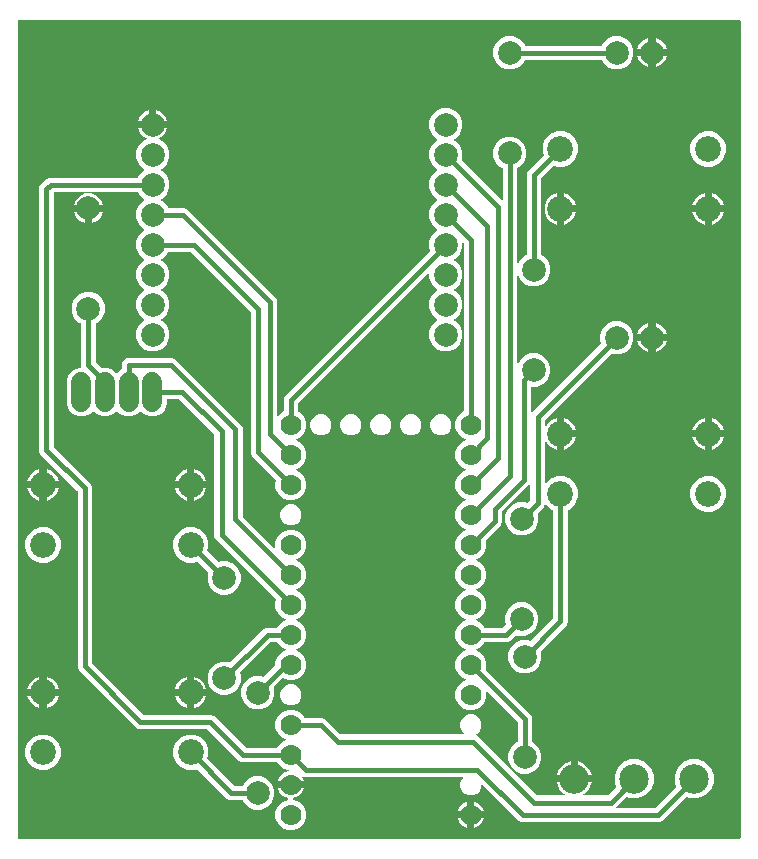
<source format=gbr>
G04 EAGLE Gerber RS-274X export*
G75*
%MOMM*%
%FSLAX34Y34*%
%LPD*%
%INBottom Copper*%
%IPPOS*%
%AMOC8*
5,1,8,0,0,1.08239X$1,22.5*%
G01*
G04 Define Apertures*
%ADD10C,1.778000*%
%ADD11C,2.000000*%
%ADD12C,1.651000*%
%ADD13C,2.500000*%
%ADD14C,2.184400*%
%ADD15C,0.406400*%
G36*
X1066256Y56154D02*
X1066058Y56114D01*
X455402Y56114D01*
X455219Y56148D01*
X455049Y56257D01*
X454934Y56424D01*
X454894Y56622D01*
X454894Y748558D01*
X454928Y748741D01*
X455037Y748911D01*
X455204Y749026D01*
X455402Y749066D01*
X1066058Y749066D01*
X1066241Y749032D01*
X1066411Y748923D01*
X1066526Y748756D01*
X1066566Y748558D01*
X1066566Y56622D01*
X1066532Y56439D01*
X1066423Y56269D01*
X1066256Y56154D01*
G37*
%LPC*%
G36*
X958839Y707296D02*
X964433Y707296D01*
X969603Y709437D01*
X973559Y713393D01*
X975700Y718563D01*
X975700Y724157D01*
X973559Y729327D01*
X969603Y733283D01*
X964433Y735424D01*
X958839Y735424D01*
X953669Y733283D01*
X949713Y729327D01*
X949068Y727770D01*
X948964Y727611D01*
X948797Y727496D01*
X948599Y727456D01*
X884259Y727456D01*
X884072Y727492D01*
X883902Y727602D01*
X883789Y727770D01*
X883143Y729331D01*
X879187Y733287D01*
X874018Y735428D01*
X868423Y735428D01*
X863253Y733287D01*
X859297Y729331D01*
X857156Y724161D01*
X857156Y718566D01*
X859297Y713397D01*
X863253Y709441D01*
X868423Y707300D01*
X874018Y707300D01*
X879187Y709441D01*
X883143Y713397D01*
X883786Y714950D01*
X883891Y715109D01*
X884057Y715224D01*
X884256Y715264D01*
X948599Y715264D01*
X948786Y715228D01*
X948955Y715118D01*
X949068Y714950D01*
X949713Y713393D01*
X953669Y709437D01*
X958839Y707296D01*
G37*
G36*
X979325Y724408D02*
X988588Y724408D01*
X988588Y733671D01*
X984533Y731991D01*
X981005Y728463D01*
X979325Y724408D01*
G37*
G36*
X994684Y724408D02*
X1003947Y724408D01*
X1002267Y728463D01*
X998739Y731991D01*
X994684Y733671D01*
X994684Y724408D01*
G37*
G36*
X994684Y718312D02*
X994684Y709049D01*
X998739Y710729D01*
X1002267Y714257D01*
X1003947Y718312D01*
X994684Y718312D01*
G37*
G36*
X984533Y710729D02*
X988588Y709049D01*
X988588Y718312D01*
X979325Y718312D01*
X981005Y714257D01*
X984533Y710729D01*
G37*
G36*
X881038Y69796D02*
X997861Y69796D01*
X1000101Y70724D01*
X1020614Y91237D01*
X1020772Y91344D01*
X1020970Y91386D01*
X1021168Y91348D01*
X1024141Y90116D01*
X1030731Y90116D01*
X1036819Y92638D01*
X1041478Y97297D01*
X1044000Y103385D01*
X1044000Y109975D01*
X1041478Y116063D01*
X1036819Y120722D01*
X1030731Y123244D01*
X1024141Y123244D01*
X1018053Y120722D01*
X1013394Y116063D01*
X1010872Y109975D01*
X1010872Y103385D01*
X1012104Y100412D01*
X1012142Y100226D01*
X1012105Y100027D01*
X1011993Y99858D01*
X994272Y82137D01*
X994111Y82028D01*
X993913Y81988D01*
X961791Y81988D01*
X961616Y82019D01*
X961444Y82126D01*
X961327Y82290D01*
X961284Y82488D01*
X961321Y82687D01*
X961432Y82855D01*
X969814Y91237D01*
X969972Y91344D01*
X970170Y91386D01*
X970368Y91348D01*
X973341Y90116D01*
X979931Y90116D01*
X986019Y92638D01*
X990678Y97297D01*
X993200Y103385D01*
X993200Y109975D01*
X990678Y116063D01*
X986019Y120722D01*
X979931Y123244D01*
X973341Y123244D01*
X967253Y120722D01*
X962594Y116063D01*
X960072Y109975D01*
X960072Y103385D01*
X961304Y100412D01*
X961342Y100226D01*
X961305Y100027D01*
X961193Y99858D01*
X954140Y92805D01*
X953979Y92696D01*
X953781Y92656D01*
X933834Y92656D01*
X933663Y92686D01*
X933490Y92791D01*
X933372Y92955D01*
X933327Y93152D01*
X933362Y93351D01*
X933472Y93520D01*
X933640Y93633D01*
X934356Y93930D01*
X938586Y98161D01*
X940853Y103632D01*
X910819Y103632D01*
X913086Y98161D01*
X917317Y93930D01*
X918032Y93633D01*
X918179Y93540D01*
X918299Y93377D01*
X918345Y93180D01*
X918311Y92981D01*
X918202Y92811D01*
X918036Y92696D01*
X917838Y92656D01*
X894666Y92656D01*
X894476Y92693D01*
X894307Y92805D01*
X843745Y143367D01*
X842817Y143751D01*
X842667Y143847D01*
X842548Y144011D01*
X842503Y144208D01*
X842539Y144407D01*
X842649Y144577D01*
X842817Y144690D01*
X843236Y144863D01*
X845737Y147364D01*
X847090Y150632D01*
X847090Y154168D01*
X845737Y157436D01*
X843236Y159937D01*
X839968Y161290D01*
X836432Y161290D01*
X833164Y159937D01*
X830663Y157436D01*
X829310Y154168D01*
X829310Y150632D01*
X830663Y147364D01*
X832866Y145162D01*
X832968Y145016D01*
X833014Y144819D01*
X832980Y144620D01*
X832871Y144449D01*
X832705Y144335D01*
X832507Y144295D01*
X728137Y144295D01*
X727946Y144332D01*
X727778Y144444D01*
X714653Y157568D01*
X712413Y158496D01*
X697636Y158496D01*
X697449Y158532D01*
X697279Y158642D01*
X697166Y158810D01*
X696782Y159738D01*
X693138Y163382D01*
X688377Y165354D01*
X683223Y165354D01*
X678462Y163382D01*
X674818Y159738D01*
X672846Y154977D01*
X672846Y149823D01*
X674818Y145062D01*
X678462Y141418D01*
X681477Y140169D01*
X681627Y140073D01*
X681746Y139909D01*
X681790Y139712D01*
X681755Y139513D01*
X681645Y139344D01*
X681477Y139231D01*
X678462Y137982D01*
X674818Y134338D01*
X674434Y133410D01*
X674329Y133251D01*
X674162Y133136D01*
X673964Y133096D01*
X647895Y133096D01*
X647705Y133133D01*
X647536Y133245D01*
X620673Y160108D01*
X618433Y161036D01*
X561107Y161036D01*
X560916Y161073D01*
X560748Y161185D01*
X517561Y204372D01*
X517452Y204533D01*
X517412Y204731D01*
X517412Y353938D01*
X516484Y356179D01*
X485125Y387538D01*
X485017Y387699D01*
X484976Y387897D01*
X484976Y603006D01*
X485010Y603189D01*
X485119Y603359D01*
X485286Y603474D01*
X485484Y603514D01*
X555923Y603514D01*
X556110Y603478D01*
X556279Y603368D01*
X556392Y603200D01*
X557037Y601643D01*
X560993Y597687D01*
X561736Y597379D01*
X561887Y597283D01*
X562005Y597119D01*
X562050Y596922D01*
X562014Y596723D01*
X561904Y596553D01*
X561736Y596440D01*
X560993Y596133D01*
X557037Y592176D01*
X554896Y587007D01*
X554896Y581412D01*
X557037Y576243D01*
X560993Y572287D01*
X561736Y571979D01*
X561887Y571883D01*
X562005Y571719D01*
X562050Y571522D01*
X562014Y571323D01*
X561904Y571153D01*
X561736Y571040D01*
X560993Y570733D01*
X557037Y566776D01*
X554896Y561607D01*
X554896Y556012D01*
X557037Y550843D01*
X560993Y546887D01*
X561736Y546579D01*
X561887Y546483D01*
X562005Y546319D01*
X562050Y546122D01*
X562014Y545923D01*
X561904Y545753D01*
X561736Y545640D01*
X560993Y545333D01*
X557037Y541376D01*
X554896Y536207D01*
X554896Y530612D01*
X557037Y525443D01*
X560993Y521487D01*
X561736Y521179D01*
X561887Y521083D01*
X562005Y520919D01*
X562050Y520722D01*
X562014Y520523D01*
X561904Y520353D01*
X561736Y520240D01*
X560993Y519933D01*
X557037Y515976D01*
X554896Y510807D01*
X554896Y505212D01*
X557037Y500043D01*
X560993Y496087D01*
X561736Y495779D01*
X561887Y495683D01*
X562005Y495519D01*
X562050Y495322D01*
X562014Y495123D01*
X561904Y494953D01*
X561736Y494840D01*
X560993Y494533D01*
X557037Y490576D01*
X554896Y485407D01*
X554896Y479812D01*
X557037Y474643D01*
X560993Y470687D01*
X566163Y468546D01*
X571757Y468546D01*
X576927Y470687D01*
X580883Y474643D01*
X583024Y479812D01*
X583024Y485407D01*
X580883Y490576D01*
X576927Y494533D01*
X576184Y494840D01*
X576033Y494937D01*
X575915Y495101D01*
X575870Y495298D01*
X575906Y495497D01*
X576016Y495666D01*
X576184Y495779D01*
X576927Y496087D01*
X580883Y500043D01*
X583024Y505212D01*
X583024Y510807D01*
X580883Y515976D01*
X576927Y519933D01*
X576184Y520240D01*
X576033Y520337D01*
X575915Y520501D01*
X575870Y520698D01*
X575906Y520897D01*
X576016Y521066D01*
X576184Y521179D01*
X576927Y521487D01*
X580883Y525443D01*
X583024Y530612D01*
X583024Y536207D01*
X580883Y541376D01*
X576927Y545333D01*
X576184Y545640D01*
X576033Y545737D01*
X575915Y545901D01*
X575870Y546098D01*
X575906Y546297D01*
X576016Y546466D01*
X576184Y546579D01*
X576927Y546887D01*
X580883Y550843D01*
X581528Y552400D01*
X581632Y552559D01*
X581799Y552674D01*
X581997Y552714D01*
X600929Y552714D01*
X601119Y552677D01*
X601288Y552565D01*
X651615Y502238D01*
X651724Y502076D01*
X651764Y501878D01*
X651764Y382327D01*
X652692Y380087D01*
X673120Y359659D01*
X673227Y359501D01*
X673269Y359303D01*
X673231Y359105D01*
X672846Y358177D01*
X672846Y353023D01*
X674818Y348262D01*
X678462Y344618D01*
X683223Y342646D01*
X688377Y342646D01*
X693138Y344618D01*
X696782Y348262D01*
X698754Y353023D01*
X698754Y358177D01*
X696782Y362938D01*
X693138Y366582D01*
X690123Y367831D01*
X689973Y367927D01*
X689854Y368091D01*
X689810Y368288D01*
X689845Y368487D01*
X689955Y368656D01*
X690123Y368769D01*
X693138Y370018D01*
X696782Y373662D01*
X698754Y378423D01*
X698754Y383577D01*
X696782Y388338D01*
X693138Y391982D01*
X690123Y393231D01*
X689973Y393327D01*
X689854Y393491D01*
X689810Y393688D01*
X689845Y393887D01*
X689955Y394056D01*
X690123Y394169D01*
X693138Y395418D01*
X696782Y399062D01*
X698754Y403823D01*
X698754Y408977D01*
X696782Y413738D01*
X693138Y417382D01*
X692210Y417766D01*
X692051Y417871D01*
X691936Y418038D01*
X691896Y418236D01*
X691896Y424914D01*
X691933Y425105D01*
X692045Y425274D01*
X802029Y535258D01*
X802175Y535360D01*
X802372Y535406D01*
X802571Y535372D01*
X802741Y535263D01*
X802856Y535096D01*
X802896Y534898D01*
X802896Y530612D01*
X805037Y525443D01*
X808993Y521487D01*
X809736Y521179D01*
X809887Y521083D01*
X810005Y520919D01*
X810050Y520722D01*
X810014Y520523D01*
X809904Y520353D01*
X809736Y520240D01*
X808993Y519933D01*
X805037Y515976D01*
X802896Y510807D01*
X802896Y505212D01*
X805037Y500043D01*
X808993Y496087D01*
X809736Y495779D01*
X809887Y495683D01*
X810005Y495519D01*
X810050Y495322D01*
X810014Y495123D01*
X809904Y494953D01*
X809736Y494840D01*
X808993Y494533D01*
X805037Y490576D01*
X802896Y485407D01*
X802896Y479812D01*
X805037Y474643D01*
X808993Y470687D01*
X814163Y468546D01*
X819757Y468546D01*
X824927Y470687D01*
X828883Y474643D01*
X831024Y479812D01*
X831024Y485407D01*
X828883Y490576D01*
X824927Y494533D01*
X824184Y494840D01*
X824033Y494937D01*
X823915Y495101D01*
X823870Y495298D01*
X823906Y495497D01*
X824016Y495666D01*
X824184Y495779D01*
X824927Y496087D01*
X828883Y500043D01*
X831024Y505212D01*
X831024Y510807D01*
X828883Y515976D01*
X824927Y519933D01*
X824184Y520240D01*
X824033Y520337D01*
X823915Y520501D01*
X823870Y520698D01*
X823906Y520897D01*
X824016Y521066D01*
X824184Y521179D01*
X824927Y521487D01*
X828883Y525443D01*
X831024Y530612D01*
X831024Y536207D01*
X828883Y541376D01*
X824927Y545333D01*
X824184Y545640D01*
X824033Y545737D01*
X823915Y545901D01*
X823870Y546098D01*
X823906Y546297D01*
X824016Y546466D01*
X824184Y546579D01*
X824927Y546887D01*
X828883Y550843D01*
X831024Y556012D01*
X831024Y560298D01*
X831055Y560474D01*
X831162Y560646D01*
X831326Y560763D01*
X831524Y560806D01*
X831723Y560769D01*
X831891Y560658D01*
X831955Y560594D01*
X832064Y560432D01*
X832104Y560234D01*
X832104Y418236D01*
X832068Y418049D01*
X831958Y417879D01*
X831790Y417766D01*
X830862Y417382D01*
X827218Y413738D01*
X825246Y408977D01*
X825246Y403823D01*
X827218Y399062D01*
X830862Y395418D01*
X833877Y394169D01*
X834027Y394073D01*
X834146Y393909D01*
X834190Y393712D01*
X834155Y393513D01*
X834045Y393344D01*
X833877Y393231D01*
X830862Y391982D01*
X827218Y388338D01*
X825246Y383577D01*
X825246Y378423D01*
X827218Y373662D01*
X830862Y370018D01*
X833877Y368769D01*
X834027Y368673D01*
X834146Y368509D01*
X834190Y368312D01*
X834155Y368113D01*
X834045Y367944D01*
X833877Y367831D01*
X830862Y366582D01*
X827218Y362938D01*
X825246Y358177D01*
X825246Y353023D01*
X827218Y348262D01*
X830862Y344618D01*
X833877Y343369D01*
X834027Y343273D01*
X834146Y343109D01*
X834190Y342912D01*
X834155Y342713D01*
X834045Y342544D01*
X833877Y342431D01*
X830862Y341182D01*
X827218Y337538D01*
X825246Y332777D01*
X825246Y327623D01*
X827218Y322862D01*
X830862Y319218D01*
X833877Y317969D01*
X834027Y317873D01*
X834146Y317709D01*
X834190Y317512D01*
X834155Y317313D01*
X834045Y317144D01*
X833877Y317031D01*
X830862Y315782D01*
X827218Y312138D01*
X825246Y307377D01*
X825246Y302223D01*
X827218Y297462D01*
X830862Y293818D01*
X833877Y292569D01*
X834027Y292473D01*
X834146Y292309D01*
X834190Y292112D01*
X834155Y291913D01*
X834045Y291744D01*
X833877Y291631D01*
X830862Y290382D01*
X827218Y286738D01*
X825246Y281977D01*
X825246Y276823D01*
X827218Y272062D01*
X830862Y268418D01*
X833877Y267169D01*
X834027Y267073D01*
X834146Y266909D01*
X834190Y266712D01*
X834155Y266513D01*
X834045Y266344D01*
X833877Y266231D01*
X830862Y264982D01*
X827218Y261338D01*
X825246Y256577D01*
X825246Y251423D01*
X827218Y246662D01*
X830862Y243018D01*
X833877Y241769D01*
X834027Y241673D01*
X834146Y241509D01*
X834190Y241312D01*
X834155Y241113D01*
X834045Y240944D01*
X833877Y240831D01*
X830862Y239582D01*
X827218Y235938D01*
X825246Y231177D01*
X825246Y226023D01*
X827218Y221262D01*
X830862Y217618D01*
X833877Y216369D01*
X834027Y216273D01*
X834146Y216109D01*
X834190Y215912D01*
X834155Y215713D01*
X834045Y215544D01*
X833877Y215431D01*
X830862Y214182D01*
X827218Y210538D01*
X825246Y205777D01*
X825246Y200623D01*
X827218Y195862D01*
X830862Y192218D01*
X833877Y190969D01*
X834027Y190873D01*
X834146Y190709D01*
X834190Y190512D01*
X834155Y190313D01*
X834045Y190144D01*
X833877Y190031D01*
X830862Y188782D01*
X827218Y185138D01*
X825246Y180377D01*
X825246Y175223D01*
X827218Y170462D01*
X830862Y166818D01*
X835623Y164846D01*
X840777Y164846D01*
X845538Y166818D01*
X849182Y170462D01*
X851154Y175223D01*
X851154Y180399D01*
X851185Y180574D01*
X851292Y180746D01*
X851456Y180863D01*
X851654Y180906D01*
X851853Y180869D01*
X852021Y180758D01*
X877675Y155104D01*
X877784Y154943D01*
X877824Y154745D01*
X877824Y138177D01*
X877788Y137990D01*
X877678Y137821D01*
X877510Y137708D01*
X875953Y137063D01*
X871997Y133107D01*
X869856Y127937D01*
X869856Y122343D01*
X871997Y117173D01*
X875953Y113217D01*
X881123Y111076D01*
X886717Y111076D01*
X891887Y113217D01*
X895843Y117173D01*
X897984Y122343D01*
X897984Y127937D01*
X895843Y133107D01*
X891887Y137063D01*
X890330Y137708D01*
X890171Y137812D01*
X890056Y137979D01*
X890016Y138177D01*
X890016Y158693D01*
X889088Y160933D01*
X850880Y199141D01*
X850773Y199299D01*
X850731Y199497D01*
X850770Y199695D01*
X851154Y200623D01*
X851154Y205777D01*
X849182Y210538D01*
X845538Y214182D01*
X842523Y215431D01*
X842373Y215527D01*
X842254Y215691D01*
X842210Y215888D01*
X842245Y216087D01*
X842355Y216256D01*
X842523Y216369D01*
X845538Y217618D01*
X849182Y221262D01*
X849566Y222190D01*
X849671Y222349D01*
X849838Y222464D01*
X850036Y222504D01*
X869213Y222504D01*
X871453Y223432D01*
X876472Y228451D01*
X876629Y228558D01*
X876827Y228600D01*
X877026Y228561D01*
X878583Y227916D01*
X884178Y227916D01*
X889347Y230057D01*
X893303Y234013D01*
X895444Y239183D01*
X895444Y244777D01*
X893303Y249947D01*
X889347Y253903D01*
X884178Y256044D01*
X878583Y256044D01*
X873413Y253903D01*
X869457Y249947D01*
X867316Y244777D01*
X867316Y239183D01*
X867961Y237625D01*
X868000Y237439D01*
X867963Y237240D01*
X867851Y237072D01*
X865624Y234845D01*
X865463Y234736D01*
X865265Y234696D01*
X850036Y234696D01*
X849849Y234732D01*
X849679Y234842D01*
X849566Y235010D01*
X849182Y235938D01*
X845538Y239582D01*
X842523Y240831D01*
X842373Y240927D01*
X842254Y241091D01*
X842210Y241288D01*
X842245Y241487D01*
X842355Y241656D01*
X842523Y241769D01*
X845538Y243018D01*
X849182Y246662D01*
X851154Y251423D01*
X851154Y256577D01*
X849182Y261338D01*
X845538Y264982D01*
X842523Y266231D01*
X842373Y266327D01*
X842254Y266491D01*
X842210Y266688D01*
X842245Y266887D01*
X842355Y267056D01*
X842523Y267169D01*
X845538Y268418D01*
X849182Y272062D01*
X851154Y276823D01*
X851154Y281977D01*
X849182Y286738D01*
X845538Y290382D01*
X842523Y291631D01*
X842373Y291727D01*
X842254Y291891D01*
X842210Y292088D01*
X842245Y292287D01*
X842355Y292456D01*
X842523Y292569D01*
X845538Y293818D01*
X849182Y297462D01*
X851154Y302223D01*
X851154Y307377D01*
X850770Y308305D01*
X850731Y308491D01*
X850768Y308690D01*
X850880Y308859D01*
X863671Y321650D01*
X864599Y323891D01*
X864599Y332707D01*
X864637Y332897D01*
X864748Y333066D01*
X887765Y356083D01*
X887911Y356185D01*
X888108Y356231D01*
X888307Y356197D01*
X888478Y356088D01*
X888592Y355921D01*
X888632Y355723D01*
X888632Y343064D01*
X888595Y342873D01*
X888483Y342704D01*
X886288Y340509D01*
X886131Y340402D01*
X885933Y340360D01*
X885735Y340399D01*
X884178Y341044D01*
X878583Y341044D01*
X873413Y338903D01*
X869457Y334947D01*
X867316Y329777D01*
X867316Y324183D01*
X869457Y319013D01*
X873413Y315057D01*
X878583Y312916D01*
X884178Y312916D01*
X889347Y315057D01*
X893303Y319013D01*
X895444Y324183D01*
X895444Y329777D01*
X894799Y331335D01*
X894761Y331521D01*
X894798Y331720D01*
X894909Y331888D01*
X899896Y336875D01*
X900821Y339108D01*
X900920Y339261D01*
X901085Y339378D01*
X901282Y339422D01*
X901481Y339385D01*
X901650Y339273D01*
X905647Y335276D01*
X907726Y334414D01*
X907885Y334310D01*
X908000Y334143D01*
X908040Y333945D01*
X908040Y243091D01*
X908003Y242901D01*
X907891Y242732D01*
X888828Y223669D01*
X888671Y223562D01*
X888473Y223520D01*
X888275Y223559D01*
X886717Y224204D01*
X881123Y224204D01*
X875953Y222063D01*
X871997Y218107D01*
X869856Y212937D01*
X869856Y207343D01*
X871997Y202173D01*
X875953Y198217D01*
X881123Y196076D01*
X886717Y196076D01*
X891887Y198217D01*
X895843Y202173D01*
X897984Y207343D01*
X897984Y212937D01*
X897339Y214495D01*
X897300Y214681D01*
X897338Y214880D01*
X897449Y215048D01*
X919304Y236903D01*
X920232Y239143D01*
X920232Y333945D01*
X920268Y334132D01*
X920378Y334301D01*
X920546Y334414D01*
X922625Y335276D01*
X926841Y339491D01*
X929122Y344999D01*
X929122Y350961D01*
X926841Y356469D01*
X922625Y360685D01*
X917117Y362966D01*
X911155Y362966D01*
X905647Y360685D01*
X901691Y356729D01*
X901545Y356627D01*
X901348Y356580D01*
X901149Y356614D01*
X900979Y356723D01*
X900864Y356890D01*
X900824Y357088D01*
X900824Y393186D01*
X900854Y393358D01*
X900959Y393531D01*
X901123Y393649D01*
X901320Y393694D01*
X901519Y393658D01*
X901688Y393548D01*
X901801Y393380D01*
X902724Y391154D01*
X906510Y387368D01*
X911088Y385471D01*
X911088Y412089D01*
X906510Y410193D01*
X902724Y406406D01*
X901801Y404180D01*
X901708Y404032D01*
X901545Y403913D01*
X901348Y403866D01*
X901149Y403900D01*
X900979Y404009D01*
X900864Y404176D01*
X900824Y404374D01*
X900824Y410417D01*
X900861Y410607D01*
X900973Y410776D01*
X956728Y466531D01*
X956885Y466638D01*
X957083Y466680D01*
X957281Y466641D01*
X958839Y465996D01*
X964433Y465996D01*
X969603Y468137D01*
X973559Y472093D01*
X975700Y477263D01*
X975700Y482857D01*
X973559Y488027D01*
X969603Y491983D01*
X964433Y494124D01*
X958839Y494124D01*
X953669Y491983D01*
X949713Y488027D01*
X947572Y482857D01*
X947572Y477263D01*
X948217Y475705D01*
X948256Y475519D01*
X948218Y475320D01*
X948107Y475152D01*
X890027Y417072D01*
X889881Y416970D01*
X889684Y416924D01*
X889485Y416958D01*
X889315Y417067D01*
X889200Y417233D01*
X889160Y417432D01*
X889160Y438228D01*
X889194Y438411D01*
X889303Y438581D01*
X889470Y438696D01*
X889668Y438736D01*
X894337Y438736D01*
X899507Y440877D01*
X903463Y444833D01*
X905604Y450003D01*
X905604Y455597D01*
X903463Y460767D01*
X899507Y464723D01*
X894337Y466864D01*
X888743Y466864D01*
X883573Y464723D01*
X879617Y460767D01*
X878293Y457571D01*
X878200Y457424D01*
X878037Y457304D01*
X877840Y457257D01*
X877641Y457291D01*
X877471Y457400D01*
X877356Y457567D01*
X877316Y457765D01*
X877316Y532835D01*
X877346Y533007D01*
X877451Y533179D01*
X877615Y533298D01*
X877812Y533343D01*
X878011Y533307D01*
X878180Y533197D01*
X878293Y533029D01*
X879617Y529833D01*
X883573Y525877D01*
X888743Y523736D01*
X894337Y523736D01*
X899507Y525877D01*
X903463Y529833D01*
X905604Y535003D01*
X905604Y540597D01*
X903463Y545767D01*
X899507Y549723D01*
X897950Y550368D01*
X897791Y550472D01*
X897676Y550639D01*
X897636Y550837D01*
X897636Y614749D01*
X897673Y614939D01*
X897785Y615108D01*
X908522Y625845D01*
X908680Y625952D01*
X908877Y625994D01*
X909076Y625955D01*
X911155Y625094D01*
X917117Y625094D01*
X922625Y627376D01*
X926841Y631591D01*
X929122Y637099D01*
X929122Y643061D01*
X926841Y648569D01*
X922625Y652785D01*
X917117Y655066D01*
X911155Y655066D01*
X905647Y652785D01*
X901432Y648569D01*
X899150Y643061D01*
X899150Y637099D01*
X900011Y635020D01*
X900050Y634834D01*
X900013Y634635D01*
X899901Y634466D01*
X886372Y620937D01*
X885444Y618697D01*
X885444Y550837D01*
X885408Y550650D01*
X885298Y550481D01*
X885130Y550368D01*
X883573Y549723D01*
X879617Y545767D01*
X878293Y542571D01*
X878200Y542424D01*
X878037Y542304D01*
X877840Y542257D01*
X877641Y542291D01*
X877471Y542400D01*
X877356Y542567D01*
X877316Y542765D01*
X877316Y623327D01*
X877352Y623514D01*
X877462Y623683D01*
X877630Y623796D01*
X879187Y624441D01*
X883143Y628397D01*
X885284Y633566D01*
X885284Y639161D01*
X883143Y644331D01*
X879187Y648287D01*
X874018Y650428D01*
X868423Y650428D01*
X863253Y648287D01*
X859297Y644331D01*
X857156Y639161D01*
X857156Y633566D01*
X859297Y628397D01*
X863253Y624441D01*
X864810Y623796D01*
X864969Y623692D01*
X865084Y623525D01*
X865124Y623327D01*
X865124Y596693D01*
X865093Y596518D01*
X864987Y596346D01*
X864822Y596229D01*
X864624Y596185D01*
X864425Y596222D01*
X864257Y596334D01*
X830489Y630102D01*
X830382Y630259D01*
X830340Y630457D01*
X830379Y630655D01*
X831024Y632212D01*
X831024Y637807D01*
X828883Y642976D01*
X824927Y646933D01*
X824184Y647240D01*
X824033Y647337D01*
X823915Y647501D01*
X823870Y647698D01*
X823906Y647897D01*
X824016Y648066D01*
X824184Y648179D01*
X824927Y648487D01*
X828883Y652443D01*
X831024Y657612D01*
X831024Y663207D01*
X828883Y668376D01*
X824927Y672333D01*
X819757Y674474D01*
X814163Y674474D01*
X808993Y672333D01*
X805037Y668376D01*
X802896Y663207D01*
X802896Y657612D01*
X805037Y652443D01*
X808993Y648487D01*
X809736Y648179D01*
X809887Y648083D01*
X810005Y647919D01*
X810050Y647722D01*
X810014Y647523D01*
X809904Y647353D01*
X809736Y647240D01*
X808993Y646933D01*
X805037Y642976D01*
X802896Y637807D01*
X802896Y632212D01*
X805037Y627043D01*
X808993Y623087D01*
X809736Y622779D01*
X809887Y622683D01*
X810005Y622519D01*
X810050Y622322D01*
X810014Y622123D01*
X809904Y621953D01*
X809736Y621840D01*
X808993Y621533D01*
X805037Y617576D01*
X802896Y612407D01*
X802896Y606812D01*
X805037Y601643D01*
X808993Y597687D01*
X809736Y597379D01*
X809887Y597283D01*
X810005Y597119D01*
X810050Y596922D01*
X810014Y596723D01*
X809904Y596553D01*
X809736Y596440D01*
X808993Y596133D01*
X805037Y592176D01*
X802896Y587007D01*
X802896Y581412D01*
X805037Y576243D01*
X808993Y572287D01*
X809736Y571979D01*
X809887Y571883D01*
X810005Y571719D01*
X810050Y571522D01*
X810014Y571323D01*
X809904Y571153D01*
X809736Y571040D01*
X808993Y570733D01*
X805037Y566776D01*
X802896Y561607D01*
X802896Y556012D01*
X803541Y554455D01*
X803580Y554269D01*
X803542Y554070D01*
X803431Y553902D01*
X680632Y431103D01*
X679704Y428862D01*
X679704Y418236D01*
X679668Y418049D01*
X679558Y417879D01*
X679390Y417766D01*
X678462Y417382D01*
X674983Y413903D01*
X674837Y413801D01*
X674640Y413754D01*
X674441Y413788D01*
X674271Y413897D01*
X674156Y414064D01*
X674116Y414262D01*
X674116Y511762D01*
X673188Y514003D01*
X597813Y589378D01*
X595573Y590306D01*
X581997Y590306D01*
X581810Y590341D01*
X581641Y590452D01*
X581528Y590619D01*
X580883Y592176D01*
X576927Y596133D01*
X576184Y596440D01*
X576033Y596537D01*
X575915Y596701D01*
X575870Y596898D01*
X575906Y597097D01*
X576016Y597266D01*
X576184Y597379D01*
X576927Y597687D01*
X580883Y601643D01*
X583024Y606812D01*
X583024Y612407D01*
X580883Y617576D01*
X576927Y621533D01*
X576184Y621840D01*
X576033Y621937D01*
X575915Y622101D01*
X575870Y622298D01*
X575906Y622497D01*
X576016Y622666D01*
X576184Y622779D01*
X576927Y623087D01*
X580883Y627043D01*
X583024Y632212D01*
X583024Y637807D01*
X580883Y642976D01*
X576927Y646933D01*
X574192Y648065D01*
X574042Y648161D01*
X573924Y648325D01*
X573879Y648522D01*
X573914Y648722D01*
X574025Y648891D01*
X574192Y649004D01*
X576063Y649779D01*
X579591Y653306D01*
X581271Y657362D01*
X556649Y657362D01*
X558329Y653306D01*
X561857Y649779D01*
X563728Y649004D01*
X563878Y648908D01*
X563996Y648744D01*
X564041Y648547D01*
X564006Y648348D01*
X563895Y648178D01*
X563728Y648065D01*
X560993Y646933D01*
X557037Y642976D01*
X554896Y637807D01*
X554896Y632212D01*
X557037Y627043D01*
X560993Y623087D01*
X561736Y622779D01*
X561887Y622683D01*
X562005Y622519D01*
X562050Y622322D01*
X562014Y622123D01*
X561904Y621953D01*
X561736Y621840D01*
X560993Y621533D01*
X557037Y617576D01*
X556392Y616019D01*
X556288Y615860D01*
X556121Y615746D01*
X555923Y615706D01*
X481397Y615706D01*
X479157Y614778D01*
X473712Y609333D01*
X472784Y607093D01*
X472784Y383949D01*
X473712Y381708D01*
X505071Y350349D01*
X505180Y350188D01*
X505220Y349990D01*
X505220Y200783D01*
X506148Y198542D01*
X554918Y149772D01*
X557159Y148844D01*
X614485Y148844D01*
X614675Y148807D01*
X614844Y148695D01*
X641707Y121832D01*
X643947Y120904D01*
X673964Y120904D01*
X674151Y120868D01*
X674321Y120758D01*
X674434Y120590D01*
X674818Y119662D01*
X678462Y116018D01*
X683223Y114046D01*
X683425Y114046D01*
X683597Y114016D01*
X683770Y113911D01*
X683888Y113747D01*
X683933Y113550D01*
X683898Y113351D01*
X683787Y113182D01*
X683620Y113069D01*
X679325Y111290D01*
X676110Y108075D01*
X674691Y104648D01*
X696909Y104648D01*
X695522Y107997D01*
X695484Y108171D01*
X695516Y108370D01*
X695624Y108541D01*
X695790Y108657D01*
X695988Y108699D01*
X696186Y108660D01*
X697287Y108204D01*
X831005Y108204D01*
X831181Y108173D01*
X831353Y108066D01*
X831470Y107902D01*
X831513Y107704D01*
X831476Y107505D01*
X831364Y107337D01*
X830663Y106636D01*
X829310Y103368D01*
X829310Y99832D01*
X830663Y96564D01*
X833164Y94063D01*
X836432Y92710D01*
X839968Y92710D01*
X843236Y94063D01*
X845737Y96564D01*
X847090Y99832D01*
X847090Y101205D01*
X847121Y101381D01*
X847228Y101553D01*
X847392Y101670D01*
X847590Y101713D01*
X847789Y101676D01*
X847957Y101564D01*
X878798Y70724D01*
X881038Y69796D01*
G37*
G36*
X556649Y663458D02*
X565912Y663458D01*
X565912Y672720D01*
X561857Y671041D01*
X558329Y667513D01*
X556649Y663458D01*
G37*
G36*
X572008Y663458D02*
X581271Y663458D01*
X579591Y667513D01*
X576063Y671041D01*
X572008Y672720D01*
X572008Y663458D01*
G37*
G36*
X1036155Y625094D02*
X1042117Y625094D01*
X1047625Y627376D01*
X1051841Y631591D01*
X1054122Y637099D01*
X1054122Y643061D01*
X1051841Y648569D01*
X1047625Y652785D01*
X1042117Y655066D01*
X1036155Y655066D01*
X1030647Y652785D01*
X1026432Y648569D01*
X1024150Y643061D01*
X1024150Y637099D01*
X1026432Y631591D01*
X1030647Y627376D01*
X1036155Y625094D01*
G37*
G36*
X906510Y577868D02*
X911088Y575971D01*
X911088Y602589D01*
X906510Y600693D01*
X902724Y596906D01*
X900674Y591958D01*
X900674Y586602D01*
X902724Y581654D01*
X906510Y577868D01*
G37*
G36*
X917184Y592328D02*
X927445Y592328D01*
X925549Y596906D01*
X921762Y600693D01*
X917184Y602589D01*
X917184Y592328D01*
G37*
G36*
X1025827Y592328D02*
X1036088Y592328D01*
X1036088Y602589D01*
X1031510Y600693D01*
X1027724Y596906D01*
X1025827Y592328D01*
G37*
G36*
X1042184Y592328D02*
X1052445Y592328D01*
X1050549Y596906D01*
X1046762Y600693D01*
X1042184Y602589D01*
X1042184Y592328D01*
G37*
G36*
X502046Y592911D02*
X526667Y592911D01*
X524987Y596967D01*
X521460Y600494D01*
X516851Y602403D01*
X511862Y602403D01*
X507253Y600494D01*
X503726Y596967D01*
X502046Y592911D01*
G37*
G36*
X517405Y586815D02*
X517405Y577553D01*
X521460Y579233D01*
X524987Y582760D01*
X526667Y586815D01*
X517405Y586815D01*
G37*
G36*
X507253Y579233D02*
X511309Y577553D01*
X511309Y586815D01*
X502046Y586815D01*
X503726Y582760D01*
X507253Y579233D01*
G37*
G36*
X1031510Y577868D02*
X1036088Y575971D01*
X1036088Y586232D01*
X1025827Y586232D01*
X1027724Y581654D01*
X1031510Y577868D01*
G37*
G36*
X1042184Y586232D02*
X1042184Y575971D01*
X1046762Y577868D01*
X1050549Y581654D01*
X1052445Y586232D01*
X1042184Y586232D01*
G37*
G36*
X917184Y586232D02*
X917184Y575971D01*
X921762Y577868D01*
X925549Y581654D01*
X927445Y586232D01*
X917184Y586232D01*
G37*
G36*
X655063Y165596D02*
X660657Y165596D01*
X665827Y167737D01*
X669783Y171693D01*
X671924Y176863D01*
X671924Y182457D01*
X671279Y184015D01*
X671240Y184201D01*
X671278Y184400D01*
X671389Y184568D01*
X678630Y191809D01*
X678788Y191916D01*
X678985Y191958D01*
X679184Y191919D01*
X683223Y190246D01*
X688377Y190246D01*
X693138Y192218D01*
X696782Y195862D01*
X698754Y200623D01*
X698754Y205777D01*
X696782Y210538D01*
X693138Y214182D01*
X690123Y215431D01*
X689973Y215527D01*
X689854Y215691D01*
X689810Y215888D01*
X689845Y216087D01*
X689955Y216256D01*
X690123Y216369D01*
X693138Y217618D01*
X696782Y221262D01*
X698754Y226023D01*
X698754Y231177D01*
X696782Y235938D01*
X693138Y239582D01*
X690123Y240831D01*
X689973Y240927D01*
X689854Y241091D01*
X689810Y241288D01*
X689845Y241487D01*
X689955Y241656D01*
X690123Y241769D01*
X693138Y243018D01*
X696782Y246662D01*
X698754Y251423D01*
X698754Y256577D01*
X696782Y261338D01*
X693138Y264982D01*
X690123Y266231D01*
X689973Y266327D01*
X689854Y266491D01*
X689810Y266688D01*
X689845Y266887D01*
X689955Y267056D01*
X690123Y267169D01*
X693138Y268418D01*
X696782Y272062D01*
X698754Y276823D01*
X698754Y281977D01*
X696782Y286738D01*
X693138Y290382D01*
X690123Y291631D01*
X689973Y291727D01*
X689854Y291891D01*
X689810Y292088D01*
X689845Y292287D01*
X689955Y292456D01*
X690123Y292569D01*
X693138Y293818D01*
X696782Y297462D01*
X698754Y302223D01*
X698754Y307377D01*
X696782Y312138D01*
X693138Y315782D01*
X688377Y317754D01*
X683223Y317754D01*
X678462Y315782D01*
X674818Y312138D01*
X672846Y307377D01*
X672846Y302201D01*
X672815Y302026D01*
X672708Y301854D01*
X672544Y301737D01*
X672346Y301694D01*
X672147Y301731D01*
X671979Y301842D01*
X645087Y328734D01*
X644978Y328895D01*
X644938Y329093D01*
X644938Y403819D01*
X644010Y406060D01*
X587702Y462368D01*
X585461Y463296D01*
X547353Y463296D01*
X545112Y462368D01*
X543397Y460653D01*
X542469Y458413D01*
X542469Y453743D01*
X542434Y453556D01*
X542323Y453387D01*
X542156Y453274D01*
X541587Y453039D01*
X538925Y450376D01*
X538771Y450271D01*
X538573Y450227D01*
X538375Y450264D01*
X538206Y450376D01*
X535543Y453039D01*
X531016Y454914D01*
X526115Y454914D01*
X525546Y454679D01*
X525360Y454640D01*
X525161Y454677D01*
X524993Y454789D01*
X520601Y459180D01*
X520493Y459341D01*
X520453Y459539D01*
X520453Y491826D01*
X520488Y492013D01*
X520599Y492183D01*
X520766Y492296D01*
X522323Y492941D01*
X526279Y496897D01*
X528421Y502066D01*
X528421Y507661D01*
X526279Y512830D01*
X522323Y516786D01*
X517154Y518927D01*
X511559Y518927D01*
X506390Y516786D01*
X502434Y512830D01*
X500293Y507661D01*
X500293Y502066D01*
X502434Y496897D01*
X506390Y492941D01*
X507947Y492296D01*
X508106Y492191D01*
X508220Y492024D01*
X508261Y491826D01*
X508261Y455568D01*
X508289Y455438D01*
X508255Y455239D01*
X508146Y455069D01*
X507979Y454954D01*
X507781Y454914D01*
X506115Y454914D01*
X501587Y453039D01*
X498122Y449573D01*
X496246Y445045D01*
X496246Y423635D01*
X498122Y419107D01*
X501587Y415641D01*
X506115Y413766D01*
X511016Y413766D01*
X515543Y415641D01*
X518206Y418304D01*
X518360Y418409D01*
X518557Y418453D01*
X518756Y418416D01*
X518925Y418304D01*
X521587Y415641D01*
X526115Y413766D01*
X531016Y413766D01*
X535543Y415641D01*
X538206Y418304D01*
X538360Y418409D01*
X538557Y418453D01*
X538756Y418416D01*
X538925Y418304D01*
X541587Y415641D01*
X546115Y413766D01*
X551016Y413766D01*
X555543Y415641D01*
X558206Y418304D01*
X558360Y418409D01*
X558557Y418453D01*
X558756Y418416D01*
X558925Y418304D01*
X561587Y415641D01*
X566115Y413766D01*
X571016Y413766D01*
X575543Y415641D01*
X579009Y419107D01*
X580884Y423635D01*
X580884Y427736D01*
X580918Y427919D01*
X581027Y428089D01*
X581194Y428204D01*
X581392Y428244D01*
X591080Y428244D01*
X591270Y428207D01*
X591439Y428095D01*
X620913Y398621D01*
X621022Y398460D01*
X621062Y398262D01*
X621062Y312199D01*
X621990Y309959D01*
X673346Y258603D01*
X673453Y258446D01*
X673495Y258248D01*
X673456Y258049D01*
X672846Y256577D01*
X672846Y251423D01*
X674818Y246662D01*
X678462Y243018D01*
X681477Y241769D01*
X681627Y241673D01*
X681746Y241509D01*
X681790Y241312D01*
X681755Y241113D01*
X681645Y240944D01*
X681477Y240831D01*
X678462Y239582D01*
X674818Y235938D01*
X674434Y235010D01*
X674329Y234851D01*
X674162Y234736D01*
X673964Y234696D01*
X664988Y234696D01*
X662747Y233768D01*
X634258Y205279D01*
X634101Y205172D01*
X633903Y205130D01*
X633705Y205169D01*
X632148Y205814D01*
X626553Y205814D01*
X621384Y203673D01*
X617427Y199716D01*
X615286Y194547D01*
X615286Y188952D01*
X617427Y183783D01*
X621384Y179827D01*
X626553Y177686D01*
X632148Y177686D01*
X637317Y179827D01*
X641273Y183783D01*
X643414Y188952D01*
X643414Y194547D01*
X642769Y196104D01*
X642731Y196291D01*
X642768Y196489D01*
X642879Y196658D01*
X668577Y222355D01*
X668738Y222464D01*
X668936Y222504D01*
X673964Y222504D01*
X674151Y222468D01*
X674321Y222358D01*
X674434Y222190D01*
X674818Y221262D01*
X678462Y217618D01*
X681477Y216369D01*
X681627Y216273D01*
X681746Y216109D01*
X681790Y215912D01*
X681755Y215713D01*
X681645Y215544D01*
X681477Y215431D01*
X678462Y214182D01*
X674818Y210538D01*
X672846Y205777D01*
X672846Y203477D01*
X672809Y203287D01*
X672697Y203118D01*
X662768Y193189D01*
X662611Y193082D01*
X662413Y193040D01*
X662215Y193079D01*
X660657Y193724D01*
X655063Y193724D01*
X649893Y191583D01*
X645937Y187627D01*
X643796Y182457D01*
X643796Y176863D01*
X645937Y171693D01*
X649893Y167737D01*
X655063Y165596D01*
G37*
G36*
X994684Y483108D02*
X1003947Y483108D01*
X1002267Y487163D01*
X998739Y490691D01*
X994684Y492371D01*
X994684Y483108D01*
G37*
G36*
X979325Y483108D02*
X988588Y483108D01*
X988588Y492371D01*
X984533Y490691D01*
X981005Y487163D01*
X979325Y483108D01*
G37*
G36*
X984533Y469429D02*
X988588Y467749D01*
X988588Y477012D01*
X979325Y477012D01*
X981005Y472957D01*
X984533Y469429D01*
G37*
G36*
X994684Y477012D02*
X994684Y467749D01*
X998739Y469429D01*
X1002267Y472957D01*
X1003947Y477012D01*
X994684Y477012D01*
G37*
G36*
X811032Y397510D02*
X814568Y397510D01*
X817836Y398863D01*
X820337Y401364D01*
X821690Y404632D01*
X821690Y408168D01*
X820337Y411436D01*
X817836Y413937D01*
X814568Y415290D01*
X811032Y415290D01*
X807764Y413937D01*
X805263Y411436D01*
X803910Y408168D01*
X803910Y404632D01*
X805263Y401364D01*
X807764Y398863D01*
X811032Y397510D01*
G37*
G36*
X785632Y397510D02*
X789168Y397510D01*
X792436Y398863D01*
X794937Y401364D01*
X796290Y404632D01*
X796290Y408168D01*
X794937Y411436D01*
X792436Y413937D01*
X789168Y415290D01*
X785632Y415290D01*
X782364Y413937D01*
X779863Y411436D01*
X778510Y408168D01*
X778510Y404632D01*
X779863Y401364D01*
X782364Y398863D01*
X785632Y397510D01*
G37*
G36*
X734832Y397510D02*
X738368Y397510D01*
X741636Y398863D01*
X744137Y401364D01*
X745490Y404632D01*
X745490Y408168D01*
X744137Y411436D01*
X741636Y413937D01*
X738368Y415290D01*
X734832Y415290D01*
X731564Y413937D01*
X729063Y411436D01*
X727710Y408168D01*
X727710Y404632D01*
X729063Y401364D01*
X731564Y398863D01*
X734832Y397510D01*
G37*
G36*
X760232Y397510D02*
X763768Y397510D01*
X767036Y398863D01*
X769537Y401364D01*
X770890Y404632D01*
X770890Y408168D01*
X769537Y411436D01*
X767036Y413937D01*
X763768Y415290D01*
X760232Y415290D01*
X756964Y413937D01*
X754463Y411436D01*
X753110Y408168D01*
X753110Y404632D01*
X754463Y401364D01*
X756964Y398863D01*
X760232Y397510D01*
G37*
G36*
X709432Y397510D02*
X712968Y397510D01*
X716236Y398863D01*
X718737Y401364D01*
X720090Y404632D01*
X720090Y408168D01*
X718737Y411436D01*
X716236Y413937D01*
X712968Y415290D01*
X709432Y415290D01*
X706164Y413937D01*
X703663Y411436D01*
X702310Y408168D01*
X702310Y404632D01*
X703663Y401364D01*
X706164Y398863D01*
X709432Y397510D01*
G37*
G36*
X1025827Y401828D02*
X1036088Y401828D01*
X1036088Y412089D01*
X1031510Y410193D01*
X1027724Y406406D01*
X1025827Y401828D01*
G37*
G36*
X1042184Y401828D02*
X1052445Y401828D01*
X1050549Y406406D01*
X1046762Y410193D01*
X1042184Y412089D01*
X1042184Y401828D01*
G37*
G36*
X917184Y401828D02*
X927445Y401828D01*
X925549Y406406D01*
X921762Y410193D01*
X917184Y412089D01*
X917184Y401828D01*
G37*
G36*
X917184Y395732D02*
X917184Y385471D01*
X921762Y387368D01*
X925549Y391154D01*
X927445Y395732D01*
X917184Y395732D01*
G37*
G36*
X1042184Y395732D02*
X1042184Y385471D01*
X1046762Y387368D01*
X1050549Y391154D01*
X1052445Y395732D01*
X1042184Y395732D01*
G37*
G36*
X1031510Y387368D02*
X1036088Y385471D01*
X1036088Y395732D01*
X1025827Y395732D01*
X1027724Y391154D01*
X1031510Y387368D01*
G37*
G36*
X587757Y358648D02*
X598017Y358648D01*
X598017Y368909D01*
X593440Y367013D01*
X589653Y363226D01*
X587757Y358648D01*
G37*
G36*
X479113Y358648D02*
X489374Y358648D01*
X487478Y363226D01*
X483691Y367013D01*
X479113Y368909D01*
X479113Y358648D01*
G37*
G36*
X604113Y358648D02*
X614374Y358648D01*
X612478Y363226D01*
X608691Y367013D01*
X604113Y368909D01*
X604113Y358648D01*
G37*
G36*
X462757Y358648D02*
X473017Y358648D01*
X473017Y368909D01*
X468440Y367013D01*
X464653Y363226D01*
X462757Y358648D01*
G37*
G36*
X1036155Y332994D02*
X1042117Y332994D01*
X1047625Y335276D01*
X1051841Y339491D01*
X1054122Y344999D01*
X1054122Y350961D01*
X1051841Y356469D01*
X1047625Y360685D01*
X1042117Y362966D01*
X1036155Y362966D01*
X1030647Y360685D01*
X1026432Y356469D01*
X1024150Y350961D01*
X1024150Y344999D01*
X1026432Y339491D01*
X1030647Y335276D01*
X1036155Y332994D01*
G37*
G36*
X604113Y352552D02*
X604113Y342291D01*
X608691Y344188D01*
X612478Y347974D01*
X614374Y352552D01*
X604113Y352552D01*
G37*
G36*
X593440Y344188D02*
X598017Y342291D01*
X598017Y352552D01*
X587757Y352552D01*
X589653Y347974D01*
X593440Y344188D01*
G37*
G36*
X479113Y352552D02*
X479113Y342291D01*
X483691Y344188D01*
X487478Y347974D01*
X489374Y352552D01*
X479113Y352552D01*
G37*
G36*
X468440Y344188D02*
X473017Y342291D01*
X473017Y352552D01*
X462757Y352552D01*
X464653Y347974D01*
X468440Y344188D01*
G37*
G36*
X684032Y321310D02*
X687568Y321310D01*
X690836Y322663D01*
X693337Y325164D01*
X694690Y328432D01*
X694690Y331968D01*
X693337Y335236D01*
X690836Y337737D01*
X687568Y339090D01*
X684032Y339090D01*
X680764Y337737D01*
X678263Y335236D01*
X676910Y331968D01*
X676910Y328432D01*
X678263Y325164D01*
X680764Y322663D01*
X684032Y321310D01*
G37*
G36*
X473084Y289814D02*
X479046Y289814D01*
X484554Y292096D01*
X488770Y296311D01*
X491051Y301819D01*
X491051Y307781D01*
X488770Y313289D01*
X484554Y317505D01*
X479046Y319786D01*
X473084Y319786D01*
X467576Y317505D01*
X463361Y313289D01*
X461079Y307781D01*
X461079Y301819D01*
X463361Y296311D01*
X467576Y292096D01*
X473084Y289814D01*
G37*
G36*
X626553Y262686D02*
X632148Y262686D01*
X637317Y264827D01*
X641273Y268783D01*
X643414Y273952D01*
X643414Y279547D01*
X641273Y284716D01*
X637317Y288673D01*
X632148Y290814D01*
X626553Y290814D01*
X624830Y290100D01*
X624643Y290062D01*
X624445Y290099D01*
X624276Y290210D01*
X615300Y299186D01*
X615193Y299344D01*
X615151Y299541D01*
X615190Y299740D01*
X616051Y301819D01*
X616051Y307781D01*
X613770Y313289D01*
X609554Y317505D01*
X604046Y319786D01*
X598084Y319786D01*
X592576Y317505D01*
X588361Y313289D01*
X586079Y307781D01*
X586079Y301819D01*
X588361Y296311D01*
X592576Y292096D01*
X598084Y289814D01*
X604046Y289814D01*
X606126Y290675D01*
X606312Y290714D01*
X606511Y290677D01*
X606679Y290565D01*
X615752Y281492D01*
X615859Y281335D01*
X615901Y281137D01*
X615862Y280938D01*
X615286Y279547D01*
X615286Y273952D01*
X617427Y268783D01*
X621384Y264827D01*
X626553Y262686D01*
G37*
G36*
X587757Y183019D02*
X598017Y183019D01*
X598017Y193279D01*
X593440Y191383D01*
X589653Y187596D01*
X587757Y183019D01*
G37*
G36*
X604113Y183019D02*
X614374Y183019D01*
X612478Y187596D01*
X608691Y191383D01*
X604113Y193279D01*
X604113Y183019D01*
G37*
G36*
X462757Y183019D02*
X473017Y183019D01*
X473017Y193279D01*
X468440Y191383D01*
X464653Y187596D01*
X462757Y183019D01*
G37*
G36*
X479113Y183019D02*
X489374Y183019D01*
X487478Y187596D01*
X483691Y191383D01*
X479113Y193279D01*
X479113Y183019D01*
G37*
G36*
X684032Y168910D02*
X687568Y168910D01*
X690836Y170263D01*
X693337Y172764D01*
X694690Y176032D01*
X694690Y179568D01*
X693337Y182836D01*
X690836Y185337D01*
X687568Y186690D01*
X684032Y186690D01*
X680764Y185337D01*
X678263Y182836D01*
X676910Y179568D01*
X676910Y176032D01*
X678263Y172764D01*
X680764Y170263D01*
X684032Y168910D01*
G37*
G36*
X468440Y168558D02*
X473017Y166662D01*
X473017Y176923D01*
X462757Y176923D01*
X464653Y172345D01*
X468440Y168558D01*
G37*
G36*
X604113Y176923D02*
X604113Y166662D01*
X608691Y168558D01*
X612478Y172345D01*
X614374Y176923D01*
X604113Y176923D01*
G37*
G36*
X593440Y168558D02*
X598017Y166662D01*
X598017Y176923D01*
X587757Y176923D01*
X589653Y172345D01*
X593440Y168558D01*
G37*
G36*
X479113Y176923D02*
X479113Y166662D01*
X483691Y168558D01*
X487478Y172345D01*
X489374Y176923D01*
X479113Y176923D01*
G37*
G36*
X473084Y114185D02*
X479046Y114185D01*
X484554Y116466D01*
X488770Y120682D01*
X491051Y126190D01*
X491051Y132151D01*
X488770Y137660D01*
X484554Y141875D01*
X479046Y144157D01*
X473084Y144157D01*
X467576Y141875D01*
X463361Y137660D01*
X461079Y132151D01*
X461079Y126190D01*
X463361Y120682D01*
X467576Y116466D01*
X473084Y114185D01*
G37*
G36*
X655063Y80596D02*
X660657Y80596D01*
X665827Y82737D01*
X669783Y86693D01*
X671924Y91863D01*
X671924Y97457D01*
X669783Y102627D01*
X665827Y106583D01*
X660657Y108724D01*
X655063Y108724D01*
X649893Y106583D01*
X645937Y102627D01*
X645292Y101070D01*
X645188Y100911D01*
X645021Y100796D01*
X644823Y100756D01*
X638311Y100756D01*
X638121Y100793D01*
X637952Y100905D01*
X615300Y123557D01*
X615193Y123714D01*
X615151Y123912D01*
X615190Y124110D01*
X616051Y126190D01*
X616051Y132151D01*
X613770Y137660D01*
X609554Y141875D01*
X604046Y144157D01*
X598084Y144157D01*
X592576Y141875D01*
X588361Y137660D01*
X586079Y132151D01*
X586079Y126190D01*
X588361Y120682D01*
X592576Y116466D01*
X598084Y114185D01*
X604046Y114185D01*
X606126Y115046D01*
X606312Y115085D01*
X606511Y115047D01*
X606679Y114936D01*
X632123Y89492D01*
X634363Y88564D01*
X644823Y88564D01*
X645010Y88528D01*
X645179Y88418D01*
X645292Y88250D01*
X645937Y86693D01*
X649893Y82737D01*
X655063Y80596D01*
G37*
G36*
X910819Y109728D02*
X922788Y109728D01*
X922788Y121697D01*
X917317Y119430D01*
X913086Y115200D01*
X910819Y109728D01*
G37*
G36*
X928884Y109728D02*
X940853Y109728D01*
X938586Y115200D01*
X934356Y119430D01*
X928884Y121697D01*
X928884Y109728D01*
G37*
G36*
X683223Y63246D02*
X688377Y63246D01*
X693138Y65218D01*
X696782Y68862D01*
X698754Y73623D01*
X698754Y78777D01*
X696782Y83538D01*
X693138Y87182D01*
X688377Y89154D01*
X688175Y89154D01*
X688003Y89184D01*
X687830Y89289D01*
X687712Y89453D01*
X687667Y89650D01*
X687702Y89849D01*
X687813Y90018D01*
X687980Y90131D01*
X692275Y91910D01*
X695490Y95125D01*
X696909Y98552D01*
X674691Y98552D01*
X676110Y95125D01*
X679325Y91910D01*
X683620Y90131D01*
X683767Y90038D01*
X683887Y89875D01*
X683933Y89678D01*
X683899Y89479D01*
X683790Y89309D01*
X683624Y89194D01*
X683425Y89154D01*
X683223Y89154D01*
X678462Y87182D01*
X674818Y83538D01*
X672846Y78777D01*
X672846Y73623D01*
X674818Y68862D01*
X678462Y65218D01*
X683223Y63246D01*
G37*
G36*
X827091Y79248D02*
X835152Y79248D01*
X835152Y87309D01*
X831725Y85890D01*
X828510Y82675D01*
X827091Y79248D01*
G37*
G36*
X841248Y79248D02*
X849309Y79248D01*
X847890Y82675D01*
X844675Y85890D01*
X841248Y87309D01*
X841248Y79248D01*
G37*
G36*
X841248Y73152D02*
X841248Y65091D01*
X844675Y66510D01*
X847890Y69725D01*
X849309Y73152D01*
X841248Y73152D01*
G37*
G36*
X831725Y66510D02*
X835152Y65091D01*
X835152Y73152D01*
X827091Y73152D01*
X828510Y69725D01*
X831725Y66510D01*
G37*
%LPD*%
D10*
X838200Y177800D03*
X838200Y203200D03*
X838200Y228600D03*
X838200Y254000D03*
X838200Y279400D03*
X838200Y304800D03*
X838200Y330200D03*
X838200Y355600D03*
X838200Y381000D03*
X838200Y406400D03*
X685800Y406400D03*
X685800Y381000D03*
X685800Y355600D03*
X685800Y304800D03*
X685800Y279400D03*
X685800Y254000D03*
X685800Y228600D03*
X685800Y203200D03*
X685800Y152400D03*
X685800Y127000D03*
X838200Y76200D03*
X685800Y76200D03*
X685800Y101600D03*
D11*
X514357Y589863D03*
X514357Y504863D03*
X871220Y636364D03*
X871220Y721364D03*
D12*
X508565Y442595D02*
X508565Y426085D01*
X528565Y426085D02*
X528565Y442595D01*
X548565Y442595D02*
X548565Y426085D01*
X568565Y426085D02*
X568565Y442595D01*
D13*
X925836Y106680D03*
X976636Y106680D03*
X1027436Y106680D03*
D11*
X568960Y482610D03*
X568960Y508010D03*
X568960Y533410D03*
X568960Y558810D03*
X568960Y584210D03*
X568960Y609610D03*
X568960Y635010D03*
X568960Y660410D03*
X816960Y482610D03*
X816960Y508010D03*
X816960Y533410D03*
X816960Y558810D03*
X816960Y584210D03*
X816960Y609610D03*
X816960Y635010D03*
X816960Y660410D03*
X881380Y241980D03*
X881380Y326980D03*
X629350Y276750D03*
X629350Y191750D03*
X657860Y94660D03*
X657860Y179660D03*
X883920Y125140D03*
X883920Y210140D03*
X961636Y480060D03*
X991636Y480060D03*
X891540Y452800D03*
X891540Y537800D03*
X961636Y721360D03*
X991636Y721360D03*
D14*
X476065Y304800D03*
X476065Y355600D03*
X601065Y304800D03*
X601065Y355600D03*
X476065Y129171D03*
X476065Y179971D03*
X601065Y129171D03*
X601065Y179971D03*
X914136Y347980D03*
X914136Y398780D03*
X1039136Y347980D03*
X1039136Y398780D03*
X1039136Y640080D03*
X1039136Y589280D03*
X914136Y640080D03*
X914136Y589280D03*
D15*
X881380Y241980D02*
X868000Y228600D01*
X838200Y228600D01*
X871220Y363220D02*
X871220Y636364D01*
X871220Y363220D02*
X838200Y330200D01*
X603664Y558810D02*
X568960Y558810D01*
X603664Y558810D02*
X657860Y504614D01*
X657860Y383540D02*
X685800Y355600D01*
X657860Y383540D02*
X657860Y504614D01*
X668020Y510550D02*
X594360Y584210D01*
X568960Y584210D01*
X668020Y398780D02*
X685800Y381000D01*
X668020Y398780D02*
X668020Y510550D01*
X838200Y355600D02*
X861060Y378460D01*
X861060Y581660D01*
X861060Y590910D01*
X816960Y635010D01*
X816960Y609610D02*
X852170Y574400D01*
X852170Y394970D01*
X838200Y381000D01*
X838200Y562970D02*
X816960Y584210D01*
X838200Y562970D02*
X838200Y406400D01*
X685800Y406400D02*
X685800Y427650D01*
X816960Y558810D01*
X568960Y609610D02*
X482610Y609610D01*
X511316Y352726D02*
X511316Y201996D01*
X996648Y75892D02*
X1027436Y106680D01*
X996648Y75892D02*
X882251Y75892D01*
X843843Y114300D01*
X698500Y114300D01*
X685800Y127000D01*
X558372Y154940D02*
X511316Y201996D01*
X645160Y127000D02*
X685800Y127000D01*
X645160Y127000D02*
X617220Y154940D01*
X558372Y154940D01*
X511316Y352726D02*
X478880Y385161D01*
X478880Y605880D01*
X482610Y609610D01*
X685800Y152400D02*
X711200Y152400D01*
X725401Y138199D01*
X840292Y138199D01*
X956516Y86560D02*
X976636Y106680D01*
X891931Y86560D02*
X840292Y138199D01*
X891931Y86560D02*
X956516Y86560D01*
X883064Y444324D02*
X891540Y452800D01*
X883064Y444324D02*
X883064Y360003D01*
X858503Y325103D02*
X838200Y304800D01*
X858503Y325103D02*
X858503Y335442D01*
X883064Y360003D01*
X514357Y456804D02*
X514357Y504863D01*
X514357Y456804D02*
X528565Y442595D01*
X528565Y434340D01*
X638842Y326358D02*
X685800Y279400D01*
X638842Y326358D02*
X638842Y402607D01*
X584249Y457200D01*
X548565Y457200D01*
X548565Y434340D01*
X568565Y434340D02*
X593815Y434340D01*
X627158Y400997D01*
X685800Y254770D02*
X685800Y254000D01*
X627158Y313412D02*
X627158Y400997D01*
X627158Y313412D02*
X685800Y254770D01*
X838200Y203200D02*
X883920Y157480D01*
X883920Y125140D01*
X629350Y276750D02*
X629116Y276750D01*
X601065Y304800D01*
X681400Y203200D02*
X685800Y203200D01*
X681400Y203200D02*
X657860Y179660D01*
X657860Y94660D02*
X635576Y94660D01*
X601065Y129171D01*
X894728Y413152D02*
X961636Y480060D01*
X894728Y413152D02*
X894728Y340328D01*
X881380Y326980D01*
X871224Y721360D02*
X961636Y721360D01*
X871224Y721360D02*
X871220Y721364D01*
X685800Y228600D02*
X666200Y228600D01*
X629350Y191750D01*
X914136Y240356D02*
X914136Y347980D01*
X914136Y240356D02*
X883920Y210140D01*
X891540Y617484D02*
X914136Y640080D01*
X891540Y617484D02*
X891540Y537800D01*
M02*

</source>
